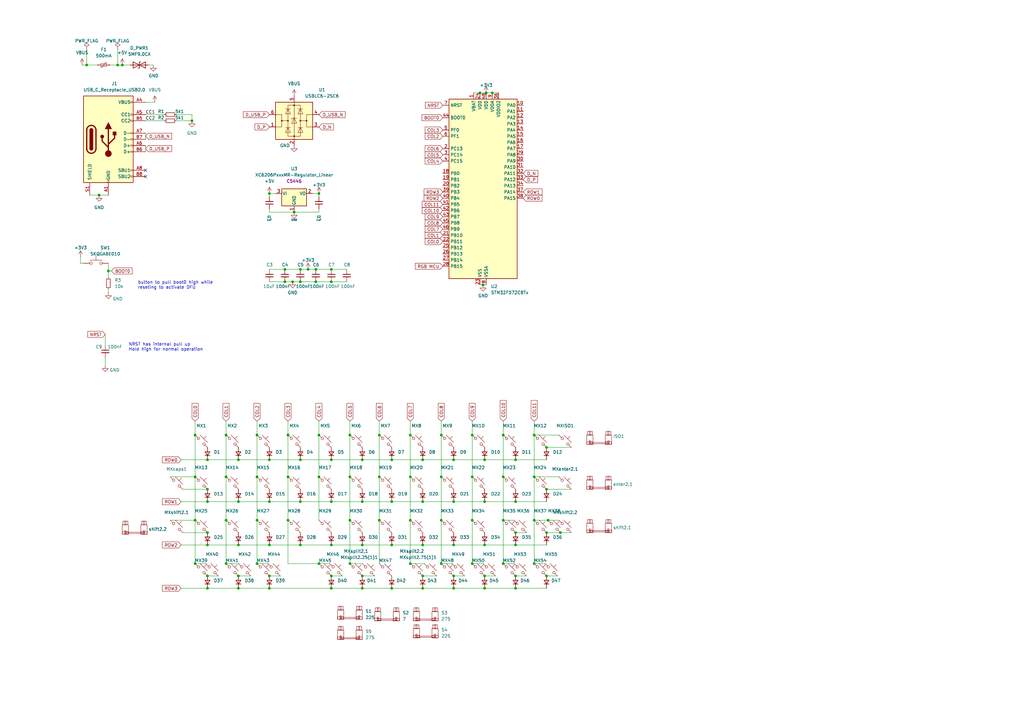
<source format=kicad_sch>
(kicad_sch (version 20231120) (generator "eeschema") (generator_version "8.0")
  (paper "A3")
  (junction (at 148.59 223.52))
  (junction (at 92.71 213.36))
  (junction (at 193.675 178.435))
  (junction (at 206.375 213.36))
  (junction (at 211.455 188.595))
  (junction (at 186.055 205.74))
  (junction (at 105.41 213.36))
  (junction (at 92.71 231.14))
  (junction (at 123.19 205.74))
  (junction (at 135.89 236.22))
  (junction (at 219.075 195.58))
  (junction (at 123.19 188.595))
  (junction (at 160.655 241.3))
  (junction (at 160.655 205.74))
  (junction (at 211.455 241.3))
  (junction (at 105.41 231.14))
  (junction (at 196.85 38.1))
  (junction (at 224.155 183.515))
  (junction (at 148.59 205.74))
  (junction (at 224.155 218.44))
  (junction (at 224.155 236.22))
  (junction (at 92.71 195.58))
  (junction (at 92.71 178.435))
  (junction (at 211.455 218.44))
  (junction (at 135.89 223.52))
  (junction (at 85.09 200.66))
  (junction (at 135.89 110.49))
  (junction (at 198.755 205.74))
  (junction (at 135.89 205.74))
  (junction (at 135.89 115.57))
  (junction (at 118.11 213.36))
  (junction (at 50.165 26.67))
  (junction (at 143.51 195.58))
  (junction (at 129.54 115.57))
  (junction (at 85.09 218.44))
  (junction (at 110.49 188.595))
  (junction (at 198.12 116.84))
  (junction (at 198.755 241.3))
  (junction (at 110.49 241.3))
  (junction (at 135.89 241.3))
  (junction (at 123.19 223.52))
  (junction (at 186.055 241.3))
  (junction (at 173.355 241.3))
  (junction (at 85.09 236.22))
  (junction (at 206.375 195.58))
  (junction (at 129.54 110.49))
  (junction (at 148.59 236.22))
  (junction (at 40.64 80.01))
  (junction (at 206.375 178.435))
  (junction (at 80.01 231.14))
  (junction (at 198.755 188.595))
  (junction (at 180.975 195.58))
  (junction (at 180.975 178.435))
  (junction (at 44.45 111.125))
  (junction (at 193.675 195.58))
  (junction (at 80.01 195.58))
  (junction (at 110.49 223.52))
  (junction (at 186.055 236.22))
  (junction (at 130.81 195.58))
  (junction (at 130.81 178.435))
  (junction (at 219.075 178.435))
  (junction (at 105.41 195.58))
  (junction (at 116.84 110.49))
  (junction (at 120.65 86.995) (diameter 0.9144))
  (junction (at 143.51 213.36))
  (junction (at 148.59 241.3))
  (junction (at 143.51 178.435))
  (junction (at 168.275 231.14))
  (junction (at 130.81 231.14))
  (junction (at 97.79 205.74))
  (junction (at 173.355 223.52))
  (junction (at 123.19 110.49))
  (junction (at 85.09 188.595))
  (junction (at 155.575 213.36))
  (junction (at 173.355 205.74))
  (junction (at 229.87 218.44))
  (junction (at 193.675 231.14))
  (junction (at 199.39 38.1))
  (junction (at 219.075 213.36))
  (junction (at 120.015 115.57))
  (junction (at 168.275 195.58))
  (junction (at 211.455 205.74))
  (junction (at 110.49 236.22))
  (junction (at 135.89 188.595))
  (junction (at 105.41 178.435))
  (junction (at 130.81 79.375) (diameter 0.9144))
  (junction (at 97.79 236.22))
  (junction (at 160.655 223.52))
  (junction (at 143.51 231.14))
  (junction (at 198.755 223.52))
  (junction (at 85.09 223.52))
  (junction (at 173.355 236.22))
  (junction (at 116.84 115.57))
  (junction (at 201.93 38.1))
  (junction (at 110.49 79.375) (diameter 0.9144))
  (junction (at 148.59 188.595))
  (junction (at 118.11 178.435))
  (junction (at 97.79 223.52))
  (junction (at 211.455 236.22))
  (junction (at 118.11 195.58))
  (junction (at 180.975 231.14))
  (junction (at 110.49 205.74))
  (junction (at 85.09 241.3))
  (junction (at 168.275 178.435))
  (junction (at 97.79 188.595))
  (junction (at 126.365 110.49))
  (junction (at 224.155 200.66))
  (junction (at 35.56 26.67))
  (junction (at 211.455 223.52))
  (junction (at 173.355 188.595))
  (junction (at 155.575 195.58))
  (junction (at 186.055 188.595))
  (junction (at 186.055 223.52))
  (junction (at 180.975 213.36))
  (junction (at 219.075 231.14))
  (junction (at 78.74 49.53))
  (junction (at 206.375 231.14))
  (junction (at 85.09 205.74))
  (junction (at 224.79 213.36))
  (junction (at 97.79 241.3))
  (junction (at 80.01 178.435))
  (junction (at 198.755 236.22))
  (junction (at 168.275 213.36))
  (junction (at 193.675 213.36))
  (junction (at 80.01 213.36))
  (junction (at 123.19 115.57))
  (junction (at 160.655 188.595))
  (junction (at 155.575 178.435))
  (junction (at 48.26 26.67))
  (no_connect (at 59.69 72.39))
  (no_connect (at 59.69 69.85))
  (wire (pts (xy 186.055 241.3) (xy 198.755 241.3)))
  (wire (pts (xy 50.165 26.67) (xy 53.34 26.67)))
  (wire (pts (xy 123.19 223.52) (xy 135.89 223.52)))
  (wire (pts (xy 85.09 236.22) (xy 89.535 236.22)))
  (wire (pts (xy 211.455 218.44) (xy 215.9 218.44)))
  (wire (pts (xy 116.84 115.57) (xy 120.015 115.57)))
  (wire (pts (xy 186.055 188.595) (xy 198.755 188.595)))
  (wire (pts (xy 129.54 110.49) (xy 135.89 110.49)))
  (wire (pts (xy 45.085 26.67) (xy 48.26 26.67)))
  (wire (pts (xy 148.59 205.74) (xy 160.655 205.74)))
  (wire (pts (xy 168.275 195.58) (xy 168.275 213.36)))
  (wire (pts (xy 118.11 172.72) (xy 118.11 178.435)))
  (wire (pts (xy 105.41 195.58) (xy 105.41 213.36)))
  (wire (pts (xy 135.89 188.595) (xy 148.59 188.595)))
  (wire (pts (xy 186.055 223.52) (xy 198.755 223.52)))
  (wire (pts (xy 126.365 110.49) (xy 129.54 110.49)))
  (wire (pts (xy 211.455 188.595) (xy 224.155 188.595)))
  (wire (pts (xy 48.26 26.67) (xy 50.165 26.67)))
  (wire (pts (xy 80.01 213.36) (xy 80.01 231.14)))
  (wire (pts (xy 120.015 115.57) (xy 123.19 115.57)))
  (wire (pts (xy 80.01 178.435) (xy 80.01 195.58)))
  (wire (pts (xy 110.49 110.49) (xy 116.84 110.49)))
  (wire (pts (xy 74.93 218.44) (xy 85.09 218.44)))
  (wire (pts (xy 168.275 213.36) (xy 168.275 231.14)))
  (wire (pts (xy 97.79 223.52) (xy 110.49 223.52)))
  (wire (pts (xy 173.355 188.595) (xy 186.055 188.595)))
  (wire (pts (xy 148.59 241.3) (xy 160.655 241.3)))
  (wire (pts (xy 160.655 223.52) (xy 173.355 223.52)))
  (wire (pts (xy 80.01 231.14) (xy 84.455 231.14)))
  (wire (pts (xy 74.295 223.52) (xy 85.09 223.52)))
  (wire (pts (xy 180.975 231.14) (xy 185.42 231.14)))
  (wire (pts (xy 130.81 85.725) (xy 130.81 86.995)))
  (wire (pts (xy 44.45 118.745) (xy 44.45 120.015)))
  (wire (pts (xy 129.54 115.57) (xy 135.89 115.57)))
  (wire (pts (xy 224.155 200.66) (xy 234.315 200.66)))
  (wire (pts (xy 74.295 205.74) (xy 85.09 205.74)))
  (wire (pts (xy 130.81 178.435) (xy 130.81 195.58)))
  (wire (pts (xy 110.49 188.595) (xy 123.19 188.595)))
  (wire (pts (xy 173.355 236.22) (xy 179.07 236.22)))
  (wire (pts (xy 110.49 85.725) (xy 110.49 86.995)))
  (wire (pts (xy 219.075 172.72) (xy 219.075 178.435)))
  (wire (pts (xy 198.755 188.595) (xy 211.455 188.595)))
  (wire (pts (xy 143.51 231.14) (xy 148.59 231.14)))
  (wire (pts (xy 224.155 218.44) (xy 229.87 218.44)))
  (wire (pts (xy 229.87 218.44) (xy 234.315 218.44)))
  (wire (pts (xy 44.45 111.125) (xy 44.45 113.665)))
  (wire (pts (xy 148.59 188.595) (xy 160.655 188.595)))
  (wire (pts (xy 155.575 213.36) (xy 155.575 231.14)))
  (wire (pts (xy 92.71 195.58) (xy 92.71 213.36)))
  (wire (pts (xy 116.84 110.49) (xy 123.19 110.49)))
  (wire (pts (xy 34.29 107.95) (xy 33.02 107.95)))
  (wire (pts (xy 44.45 111.125) (xy 45.72 111.125)))
  (wire (pts (xy 193.675 195.58) (xy 193.675 213.36)))
  (wire (pts (xy 85.09 205.74) (xy 97.79 205.74)))
  (wire (pts (xy 194.31 38.1) (xy 196.85 38.1)))
  (wire (pts (xy 193.675 231.14) (xy 198.12 231.14)))
  (wire (pts (xy 193.675 178.435) (xy 193.675 195.58)))
  (wire (pts (xy 59.69 41.91) (xy 63.5 41.91)))
  (wire (pts (xy 118.11 178.435) (xy 118.11 195.58)))
  (wire (pts (xy 173.355 241.3) (xy 186.055 241.3)))
  (wire (pts (xy 143.51 195.58) (xy 143.51 213.36)))
  (wire (pts (xy 148.59 223.52) (xy 160.655 223.52)))
  (wire (pts (xy 36.83 80.01) (xy 40.64 80.01)))
  (wire (pts (xy 97.79 241.3) (xy 110.49 241.3)))
  (wire (pts (xy 193.675 172.72) (xy 193.675 178.435)))
  (wire (pts (xy 69.85 195.58) (xy 80.01 195.58)))
  (wire (pts (xy 199.39 38.1) (xy 201.93 38.1)))
  (wire (pts (xy 118.11 231.14) (xy 130.81 231.14)))
  (wire (pts (xy 110.49 79.375) (xy 110.49 80.645)))
  (wire (pts (xy 110.49 115.57) (xy 116.84 115.57)))
  (wire (pts (xy 130.81 195.58) (xy 130.81 213.36)))
  (wire (pts (xy 120.65 86.995) (xy 130.81 86.995)))
  (wire (pts (xy 211.455 241.3) (xy 224.155 241.3)))
  (wire (pts (xy 74.295 188.595) (xy 85.09 188.595)))
  (wire (pts (xy 196.85 116.84) (xy 198.12 116.84)))
  (wire (pts (xy 92.71 178.435) (xy 92.71 195.58)))
  (wire (pts (xy 135.89 110.49) (xy 142.24 110.49)))
  (wire (pts (xy 110.49 223.52) (xy 123.19 223.52)))
  (wire (pts (xy 196.85 38.1) (xy 199.39 38.1)))
  (wire (pts (xy 206.375 213.36) (xy 206.375 231.14)))
  (wire (pts (xy 35.56 26.67) (xy 40.005 26.67)))
  (wire (pts (xy 35.56 20.32) (xy 35.56 26.67)))
  (wire (pts (xy 186.055 236.22) (xy 190.5 236.22)))
  (wire (pts (xy 155.575 172.72) (xy 155.575 178.435)))
  (wire (pts (xy 43.18 137.16) (xy 43.18 141.605)))
  (wire (pts (xy 219.075 178.435) (xy 219.075 195.58)))
  (wire (pts (xy 33.02 107.95) (xy 33.02 105.41)))
  (wire (pts (xy 59.69 54.61) (xy 59.69 57.15)))
  (wire (pts (xy 180.975 172.72) (xy 180.975 178.435)))
  (wire (pts (xy 224.155 183.515) (xy 234.315 183.515)))
  (wire (pts (xy 173.355 205.74) (xy 186.055 205.74)))
  (wire (pts (xy 219.075 213.36) (xy 224.79 213.36)))
  (wire (pts (xy 59.69 49.53) (xy 67.31 49.53)))
  (wire (pts (xy 85.09 241.3) (xy 97.79 241.3)))
  (wire (pts (xy 198.755 236.22) (xy 203.2 236.22)))
  (wire (pts (xy 92.71 231.14) (xy 97.79 231.14)))
  (wire (pts (xy 206.375 178.435) (xy 206.375 195.58)))
  (wire (pts (xy 123.19 205.74) (xy 135.89 205.74)))
  (wire (pts (xy 60.96 26.67) (xy 62.865 26.67)))
  (wire (pts (xy 48.26 20.32) (xy 48.26 26.67)))
  (wire (pts (xy 211.455 205.74) (xy 224.155 205.74)))
  (wire (pts (xy 74.93 200.66) (xy 85.09 200.66)))
  (wire (pts (xy 85.09 223.52) (xy 97.79 223.52)))
  (wire (pts (xy 155.575 195.58) (xy 155.575 213.36)))
  (wire (pts (xy 72.39 46.99) (xy 78.74 46.99)))
  (wire (pts (xy 43.18 149.86) (xy 43.18 146.685)))
  (wire (pts (xy 201.93 38.1) (xy 204.47 38.1)))
  (wire (pts (xy 74.295 241.3) (xy 85.09 241.3)))
  (wire (pts (xy 198.755 223.52) (xy 211.455 223.52)))
  (wire (pts (xy 123.19 115.57) (xy 129.54 115.57)))
  (wire (pts (xy 155.575 178.435) (xy 155.575 195.58)))
  (wire (pts (xy 219.075 178.435) (xy 229.235 178.435)))
  (wire (pts (xy 44.45 107.95) (xy 44.45 111.125)))
  (wire (pts (xy 180.975 195.58) (xy 180.975 213.36)))
  (wire (pts (xy 173.355 223.52) (xy 186.055 223.52)))
  (wire (pts (xy 224.79 213.36) (xy 229.235 213.36)))
  (wire (pts (xy 97.79 236.22) (xy 102.87 236.22)))
  (wire (pts (xy 110.49 79.375) (xy 113.03 79.375)))
  (wire (pts (xy 110.49 236.22) (xy 114.935 236.22)))
  (wire (pts (xy 105.41 231.14) (xy 109.855 231.14)))
  (wire (pts (xy 78.74 46.99) (xy 78.74 49.53)))
  (wire (pts (xy 186.055 205.74) (xy 198.755 205.74)))
  (wire (pts (xy 135.89 236.22) (xy 140.335 236.22)))
  (wire (pts (xy 85.09 188.595) (xy 97.79 188.595)))
  (wire (pts (xy 148.59 236.22) (xy 153.67 236.22)))
  (wire (pts (xy 59.69 59.69) (xy 59.69 62.23)))
  (wire (pts (xy 211.455 223.52) (xy 224.155 223.52)))
  (wire (pts (xy 80.01 172.72) (xy 80.01 178.435)))
  (wire (pts (xy 224.155 236.22) (xy 228.6 236.22)))
  (wire (pts (xy 219.075 213.36) (xy 219.075 231.14)))
  (wire (pts (xy 219.075 195.58) (xy 219.075 213.36)))
  (wire (pts (xy 206.375 172.72) (xy 206.375 178.435)))
  (wire (pts (xy 92.71 172.72) (xy 92.71 178.435)))
  (wire (pts (xy 143.51 178.435) (xy 143.51 195.58)))
  (wire (pts (xy 118.11 213.36) (xy 118.11 231.14)))
  (wire (pts (xy 206.375 195.58) (xy 206.375 213.36)))
  (wire (pts (xy 123.19 188.595) (xy 135.89 188.595)))
  (wire (pts (xy 135.89 241.3) (xy 148.59 241.3)))
  (wire (pts (xy 168.275 178.435) (xy 168.275 195.58)))
  (wire (pts (xy 168.275 231.14) (xy 173.99 231.14)))
  (wire (pts (xy 118.11 195.58) (xy 118.11 213.36)))
  (wire (pts (xy 97.79 188.595) (xy 110.49 188.595)))
  (wire (pts (xy 211.455 236.22) (xy 215.9 236.22)))
  (wire (pts (xy 120.65 86.995) (xy 110.49 86.995)))
  (wire (pts (xy 130.81 231.14) (xy 135.255 231.14)))
  (wire (pts (xy 33.655 26.67) (xy 35.56 26.67)))
  (wire (pts (xy 168.275 172.72) (xy 168.275 178.435)))
  (wire (pts (xy 180.975 213.36) (xy 180.975 231.14)))
  (wire (pts (xy 143.51 172.72) (xy 143.51 178.435)))
  (wire (pts (xy 123.19 110.49) (xy 126.365 110.49)))
  (wire (pts (xy 59.69 46.99) (xy 67.31 46.99)))
  (wire (pts (xy 130.81 172.72) (xy 130.81 178.435)))
  (wire (pts (xy 160.655 205.74) (xy 173.355 205.74)))
  (wire (pts (xy 143.51 213.36) (xy 143.51 231.14)))
  (wire (pts (xy 110.49 241.3) (xy 135.89 241.3)))
  (wire (pts (xy 198.12 116.84) (xy 199.39 116.84)))
  (wire (pts (xy 219.075 195.58) (xy 229.235 195.58)))
  (wire (pts (xy 198.755 205.74) (xy 211.455 205.74)))
  (wire (pts (xy 72.39 49.53) (xy 78.74 49.53)))
  (wire (pts (xy 135.89 223.52) (xy 148.59 223.52)))
  (wire (pts (xy 92.71 213.36) (xy 92.71 231.14)))
  (wire (pts (xy 135.89 115.57) (xy 142.24 115.57)))
  (wire (pts (xy 105.41 178.435) (xy 105.41 195.58)))
  (wire (pts (xy 219.075 231.14) (xy 223.52 231.14)))
  (wire (pts (xy 105.41 213.36) (xy 105.41 231.14)))
  (wire (pts (xy 69.85 213.36) (xy 80.01 213.36)))
  (wire (pts (xy 180.975 178.435) (xy 180.975 195.58)))
  (wire (pts (xy 110.49 205.74) (xy 123.19 205.74)))
  (wire (pts (xy 80.01 195.58) (xy 80.01 213.36)))
  (wire (pts (xy 40.64 80.01) (xy 44.45 80.01)))
  (wire (pts (xy 135.89 205.74) (xy 148.59 205.74)))
  (wire (pts (xy 198.755 241.3) (xy 211.455 241.3)))
  (wire (pts (xy 193.675 213.36) (xy 193.675 231.14)))
  (wire (pts (xy 160.655 241.3) (xy 173.355 241.3)))
  (wire (pts (xy 130.81 79.375) (xy 130.81 80.645)))
  (wire (pts (xy 97.79 205.74) (xy 110.49 205.74)))
  (wire (pts (xy 105.41 172.72) (xy 105.41 178.435)))
  (wire (pts (xy 206.375 231.14) (xy 210.82 231.14)))
  (wire (pts (xy 128.27 79.375) (xy 130.81 79.375)))
  (wire (pts (xy 160.655 188.595) (xy 173.355 188.595)))
  (wire (pts (xy 206.375 213.36) (xy 210.82 213.36)))
  (text "NRST has internal pull up\nHold high for normal operation" (at 52.705 144.145 0) (effects (font (size 1.27 1.27)) (justify left bottom)))
  (text "button to pull boot0 high while \nreseting to activate DFU" (at 56.515 118.745 0) (effects (font (size 1.27 1.27)) (justify left bottom)))
  (label "CC2" (at 59.69 49.53 0))
  (label "CC1" (at 59.69 46.99 0))
  (global_label "BOOT0" (shape input) (at 45.72 111.125 0) (property "Intersheetrefs" "${INTERSHEET_REFS}" (effects (hide yes))))
  (global_label "COL5" (shape input) (at 143.51 172.72 90) (property "Intersheetrefs" "${INTERSHEET_REFS}" (effects (hide yes))))
  (global_label "COL2" (shape input) (at 105.41 172.72 90) (property "Intersheetrefs" "${INTERSHEET_REFS}" (effects (hide yes))))
  (global_label "NRST" (shape input) (at 43.18 137.16 180) (property "Intersheetrefs" "${INTERSHEET_REFS}" (effects (hide yes))))
  (global_label "ROW2" (shape input) (at 74.295 223.52 180) (property "Intersheetrefs" "${INTERSHEET_REFS}" (effects (hide yes))))
  (global_label "COL7" (shape input) (at 168.275 172.72 90) (property "Intersheetrefs" "${INTERSHEET_REFS}" (effects (hide yes))))
  (global_label "D_USB_P" (shape input) (at 59.69 60.96 0) (property "Intersheetrefs" "${INTERSHEET_REFS}" (effects (hide yes))))
  (global_label "COL6" (shape input) (at 181.61 60.96 180) (property "Intersheetrefs" "${INTERSHEET_REFS}" (effects (hide yes))))
  (global_label "ROW3" (shape input) (at 181.61 78.74 180) (property "Intersheetrefs" "${INTERSHEET_REFS}" (effects (hide yes))))
  (global_label "ROW0" (shape input) (at 214.63 81.28 0) (property "Intersheetrefs" "${INTERSHEET_REFS}" (effects (hide yes))))
  (global_label "COL2" (shape input) (at 181.61 55.88 180) (property "Intersheetrefs" "${INTERSHEET_REFS}" (effects (hide yes))))
  (global_label "COL4" (shape input) (at 130.81 172.72 90) (property "Intersheetrefs" "${INTERSHEET_REFS}" (effects (hide yes))))
  (global_label "D_USB_P" (shape input) (at 110.49 46.99 180) (property "Intersheetrefs" "${INTERSHEET_REFS}" (effects (hide yes))))
  (global_label "COL7" (shape input) (at 181.61 93.98 180) (property "Intersheetrefs" "${INTERSHEET_REFS}" (effects (hide yes))))
  (global_label "COL3" (shape input) (at 118.11 172.72 90) (property "Intersheetrefs" "${INTERSHEET_REFS}" (effects (hide yes))))
  (global_label "COL11" (shape input) (at 219.075 172.72 90) (property "Intersheetrefs" "${INTERSHEET_REFS}" (effects (hide yes))))
  (global_label "COL1" (shape input) (at 92.71 172.72 90) (property "Intersheetrefs" "${INTERSHEET_REFS}" (effects (hide yes))))
  (global_label "COL0" (shape input) (at 181.61 99.06 180) (property "Intersheetrefs" "${INTERSHEET_REFS}" (effects (hide yes))))
  (global_label "COL8" (shape input) (at 181.61 91.44 180) (property "Intersheetrefs" "${INTERSHEET_REFS}" (effects (hide yes))))
  (global_label "D_N" (shape input) (at 214.63 71.12 0) (property "Intersheetrefs" "${INTERSHEET_REFS}" (effects (hide yes))))
  (global_label "ROW1" (shape input) (at 74.295 205.74 180) (property "Intersheetrefs" "${INTERSHEET_REFS}" (effects (hide yes))))
  (global_label "D_N" (shape input) (at 130.81 52.07 0) (property "Intersheetrefs" "${INTERSHEET_REFS}" (effects (hide yes))))
  (global_label "BOOT0" (shape input) (at 181.61 48.26 180) (property "Intersheetrefs" "${INTERSHEET_REFS}" (effects (hide yes))))
  (global_label "ROW1" (shape input) (at 214.63 78.74 0) (property "Intersheetrefs" "${INTERSHEET_REFS}" (effects (hide yes))))
  (global_label "NRST" (shape input) (at 181.61 43.18 180) (property "Intersheetrefs" "${INTERSHEET_REFS}" (effects (hide yes))))
  (global_label "RGB MCU" (shape input) (at 181.61 109.22 180) (property "Intersheetrefs" "${INTERSHEET_REFS}" (effects (hide yes))))
  (global_label "COL11" (shape input) (at 181.61 83.82 180) (property "Intersheetrefs" "${INTERSHEET_REFS}" (effects (hide yes))))
  (global_label "ROW3" (shape input) (at 74.295 241.3 180) (property "Intersheetrefs" "${INTERSHEET_REFS}" (effects (hide yes))))
  (global_label "D_P" (shape input) (at 110.49 52.07 180) (property "Intersheetrefs" "${INTERSHEET_REFS}" (effects (hide yes))))
  (global_label "D_USB_N" (shape input) (at 59.69 55.88 0) (property "Intersheetrefs" "${INTERSHEET_REFS}" (effects (hide yes))))
  (global_label "COL0" (shape input) (at 80.01 172.72 90) (property "Intersheetrefs" "${INTERSHEET_REFS}" (effects (hide yes))))
  (global_label "ROW0" (shape input) (at 74.295 188.595 180) (property "Intersheetrefs" "${INTERSHEET_REFS}" (effects (hide yes))))
  (global_label "D_USB_N" (shape input) (at 130.81 46.99 0) (property "Intersheetrefs" "${INTERSHEET_REFS}" (effects (hide yes))))
  (global_label "COL9" (shape input) (at 181.61 88.9 180) (property "Intersheetrefs" "${INTERSHEET_REFS}" (effects (hide yes))))
  (global_label "COL3" (shape input) (at 181.61 53.34 180) (property "Intersheetrefs" "${INTERSHEET_REFS}" (effects (hide yes))))
  (global_label "COL1" (shape input) (at 181.61 96.52 180) (property "Intersheetrefs" "${INTERSHEET_REFS}" (effects (hide yes))))
  (global_label "COL6" (shape input) (at 155.575 172.72 90) (property "Intersheetrefs" "${INTERSHEET_REFS}" (effects (hide yes))))
  (global_label "COL8" (shape input) (at 180.975 172.72 90) (property "Intersheetrefs" "${INTERSHEET_REFS}" (effects (hide yes))))
  (global_label "COL10" (shape input) (at 181.61 86.36 180) (property "Intersheetrefs" "${INTERSHEET_REFS}" (effects (hide yes))))
  (global_label "COL5" (shape input) (at 181.61 63.5 180) (property "Intersheetrefs" "${INTERSHEET_REFS}" (effects (hide yes))))
  (global_label "COL9" (shape input) (at 193.675 172.72 90) (property "Intersheetrefs" "${INTERSHEET_REFS}" (effects (hide yes))))
  (global_label "COL4" (shape input) (at 181.61 66.04 180) (property "Intersheetrefs" "${INTERSHEET_REFS}" (effects (hide yes))))
  (global_label "ROW2" (shape input) (at 181.61 81.28 180) (property "Intersheetrefs" "${INTERSHEET_REFS}" (effects (hide yes))))
  (global_label "D_P" (shape input) (at 214.63 73.66 0) (property "Intersheetrefs" "${INTERSHEET_REFS}" (effects (hide yes))))
  (global_label "COL10" (shape input) (at 206.375 172.72 90) (property "Intersheetrefs" "${INTERSHEET_REFS}" (effects (hide yes))))
  (symbol (lib_id "PCM_marbastlib-mx:MX_SW_HS") (at 231.775 180.975 0) (unit 1)
    (property "Reference" "MXISO1" (at 231.775 174.625 0))
    (property "Value" "MX_SW_HS" (effects (hide yes)))
    (property "Footprint" "PCM_marbastlib-mx:SW_MX_1u" (effects (hide yes)))
  )
  (symbol (lib_id "PCM_marbastlib-mx:MX_SW_HS") (at 183.515 215.9 0) (unit 1)
    (property "Reference" "MX33" (at 183.515 209.55 0))
    (property "Value" "MX_SW_HS" (effects (hide yes)))
    (property "Footprint" "PCM_marbastlib-mx:SW_MX_1u" (effects (hide yes)))
  )
  (symbol (lib_id "Device:D_Small") (at 186.055 238.76 90) (unit 1)
    (property "Reference" "D44" (at 187.96 238.125 90) (effects (justify right)))
    (property "Value" "D_Small" (effects (hide yes)))
    (property "Footprint" "Diode_SMD:D_SOD-123F" (effects (hide yes)))
    (property "Sim.Device" "D" (effects (hide yes)))
    (property "Sim.Pins" "1=K 2=A" (effects (hide yes)))
  )
  (symbol (lib_id "PCM_marbastlib-mx:MX_SW_HS") (at 226.06 233.68 0) (unit 1)
    (property "Reference" "MX55" (at 226.06 227.33 0))
    (property "Value" "MX_SW_HS" (effects (hide yes)))
    (property "Footprint" "PCM_marbastlib-mx:SW_MX_1.5u" (effects (hide yes)))
  )
  (symbol (lib_id "Device:C_Small") (at 129.54 113.03 0) (unit 1)
    (property "Reference" "C6" (at 128.27 108.585 0) (effects (justify left)))
    (property "Value" "100nF" (at 127 117.475 0) (effects (justify left)))
    (property "Footprint" "Capacitor_SMD:C_0603_1608Metric" (effects (hide yes)))
  )
  (symbol (lib_id "PCM_marbastlib-mx:MX_SW_HS") (at 137.795 233.68 0) (unit 1)
    (property "Reference" "MX46" (at 136.525 227.33 0))
    (property "Value" "MX_SW_HS" (effects (hide yes)))
    (property "Footprint" "PCM_marbastlib-mx:SW_MX_1.5u" (effects (hide yes)))
  )
  (symbol (lib_id "Device:C_Small") (at 43.18 144.145 0) (mirror y) (unit 1)
    (property "Reference" "C9" (at 41.91 142.24 0) (effects (justify left)))
    (property "Value" "100nF" (at 50.165 142.24 0) (effects (justify left)))
    (property "Footprint" "Capacitor_SMD:C_0603_1608Metric" (effects (hide yes)))
  )
  (symbol (lib_id "PCM_marbastlib-mx:MX_SW_HS") (at 196.215 198.12 0) (unit 1)
    (property "Reference" "MX22" (at 196.215 191.77 0))
    (property "Value" "MX_SW_HS" (effects (hide yes)))
    (property "Footprint" "PCM_marbastlib-mx:SW_MX_1u" (effects (hide yes)))
  )
  (symbol (lib_id "PCM_marbastlib-mx:MX_SW_HS") (at 208.915 198.12 0) (unit 1)
    (property "Reference" "MX23" (at 208.915 191.77 0))
    (property "Value" "MX_SW_HS" (effects (hide yes)))
    (property "Footprint" "PCM_marbastlib-mx:SW_MX_1u" (effects (hide yes)))
  )
  (symbol (lib_id "Switch:SW_Push") (at 39.37 107.95 0) (unit 1)
    (property "Reference" "SW1" (at 43.18 101.6 0))
    (property "Value" "SKQGABE010" (at 43.18 104.14 0))
    (property "Footprint" "Button_Switch_SMD:SW_SPST_SKQG_WithoutStem" (effects (hide yes)))
    (property "LCSC" "C115351" (effects (hide yes)))
  )
  (symbol (lib_id "Device:D_Small") (at 85.09 186.055 90) (unit 1)
    (property "Reference" "D1" (at 87.63 185.42 90) (effects (justify right)))
    (property "Value" "D_Small" (effects (hide yes)))
    (property "Footprint" "Diode_SMD:D_SOD-123F" (effects (hide yes)))
    (property "Sim.Device" "D" (effects (hide yes)))
    (property "Sim.Pins" "1=K 2=A" (effects (hide yes)))
  )
  (symbol (lib_id "PCM_marbastlib-mx:MX_SW_HS") (at 82.55 233.68 0) (unit 1)
    (property "Reference" "MX39" (at 82.55 229.87 0))
    (property "Value" "MX_SW_HS" (effects (hide yes)))
    (property "Footprint" "PCM_marbastlib-mx:SW_MX_1u" (effects (hide yes)))
  )
  (symbol (lib_id "PCM_marbastlib-mx:MX_SW_HS") (at 208.915 180.975 0) (unit 1)
    (property "Reference" "MX11" (at 208.915 174.625 0))
    (property "Value" "MX_SW_HS" (effects (hide yes)))
    (property "Footprint" "PCM_marbastlib-mx:SW_MX_1u" (effects (hide yes)))
  )
  (symbol (lib_id "Device:D_Small") (at 148.59 203.2 90) (unit 1)
    (property "Reference" "D18" (at 151.13 202.565 90) (effects (justify right)))
    (property "Value" "D_Small" (effects (hide yes)))
    (property "Footprint" "Diode_SMD:D_SOD-123F" (effects (hide yes)))
    (property "Sim.Device" "D" (effects (hide yes)))
    (property "Sim.Pins" "1=K 2=A" (effects (hide yes)))
  )
  (symbol (lib_id "Device:D_Small") (at 198.755 238.76 90) (unit 1)
    (property "Reference" "D45" (at 200.66 238.125 90) (effects (justify right)))
    (property "Value" "D_Small" (effects (hide yes)))
    (property "Footprint" "Diode_SMD:D_SOD-123F" (effects (hide yes)))
    (property "Sim.Device" "D" (effects (hide yes)))
    (property "Sim.Pins" "1=K 2=A" (effects (hide yes)))
  )
  (symbol (lib_id "Device:C_Small") (at 130.81 83.185 180) (unit 1)
    (property "Reference" "C2" (at 130.81 88.9 0) (effects (font (size 0.762 0.762))))
    (property "Value" "1uF" (at 130.81 90.17 0) (effects (font (size 0.762 0.762))))
    (property "Footprint" "Capacitor_SMD:C_0603_1608Metric" (effects (hide yes)))
  )
  (symbol (lib_id "PCM_marbastlib-mx:MX_SW_HS") (at 107.95 215.9 0) (unit 1)
    (property "Reference" "MX27" (at 107.95 209.55 0))
    (property "Value" "MX_SW_HS" (effects (hide yes)))
    (property "Footprint" "PCM_marbastlib-mx:SW_MX_1u" (effects (hide yes)))
  )
  (symbol (lib_id "PCM_marbastlib-mx:MX_SW_HS") (at 133.35 180.975 0) (unit 1)
    (property "Reference" "MX5" (at 133.35 174.625 0))
    (property "Value" "MX_SW_HS" (effects (hide yes)))
    (property "Footprint" "PCM_marbastlib-mx:SW_MX_1u" (effects (hide yes)))
  )
  (symbol (lib_id "MCU_ST_STM32F0:STM32F072C8Tx") (at 196.85 78.74 0) (unit 1)
    (property "Reference" "U2" (at 201.3459 117.475 0) (effects (justify left)))
    (property "Value" "STM32F072C8Tx" (at 201.3459 120.015 0) (effects (justify left)))
    (property "Footprint" "Package_QFP:LQFP-48_7x7mm_P0.5mm" (effects (hide yes)))
    (property "Datasheet" "https://www.st.com/resource/en/datasheet/stm32f072c8.pdf" (effects (hide yes)))
  )
  (symbol (lib_id "Device:D_Small") (at 85.09 220.98 90) (unit 1)
    (property "Reference" "D25" (at 87.63 220.345 90) (effects (justify right)))
    (property "Value" "D_Small" (effects (hide yes)))
    (property "Footprint" "Diode_SMD:D_SOD-123F" (effects (hide yes)))
    (property "Sim.Device" "D" (effects (hide yes)))
    (property "Sim.Pins" "1=K 2=A" (effects (hide yes)))
  )
  (symbol (lib_id "Device:D_Small") (at 135.89 220.98 90) (unit 1)
    (property "Reference" "D29" (at 138.43 220.345 90) (effects (justify right)))
    (property "Value" "D_Small" (effects (hide yes)))
    (property "Footprint" "Diode_SMD:D_SOD-123F" (effects (hide yes)))
    (property "Sim.Device" "D" (effects (hide yes)))
    (property "Sim.Pins" "1=K 2=A" (effects (hide yes)))
  )
  (symbol (lib_id "Device:D_Small") (at 224.155 238.76 90) (unit 1)
    (property "Reference" "D47" (at 226.06 238.125 90) (effects (justify right)))
    (property "Value" "D_Small" (effects (hide yes)))
    (property "Footprint" "Diode_SMD:D_SOD-123F" (effects (hide yes)))
    (property "Sim.Device" "D" (effects (hide yes)))
    (property "Sim.Pins" "1=K 2=A" (effects (hide yes)))
  )
  (symbol (lib_id "power:+3V3") (at 199.39 38.1 0) (unit 1)
    (property "Reference" "#PWR04" (effects (hide yes)))
    (property "Value" "+3V3" (at 199.39 34.925 0))
  )
  (symbol (lib_id "PCM_marbastlib-mx:MX_SW_HS") (at 227.33 215.9 0) (unit 1)
    (property "Reference" "MX38" (at 227.33 209.55 0))
    (property "Value" "MX_SW_HS" (effects (hide yes)))
    (property "Footprint" "PCM_marbastlib-mx:SW_MX_1u" (effects (hide yes)))
  )
  (symbol (lib_id "Device:D_Small") (at 211.455 238.76 90) (unit 1)
    (property "Reference" "D46" (at 213.36 238.125 90) (effects (justify right)))
    (property "Value" "D_Small" (effects (hide yes)))
    (property "Footprint" "Diode_SMD:D_SOD-123F" (effects (hide yes)))
    (property "Sim.Device" "D" (effects (hide yes)))
    (property "Sim.Pins" "1=K 2=A" (effects (hide yes)))
  )
  (symbol (lib_id "PCM_marbastlib-mx:MX_SW_HS") (at 133.35 198.12 0) (unit 1)
    (property "Reference" "MX17" (at 133.35 191.77 0))
    (property "Value" "MX_SW_HS" (effects (hide yes)))
    (property "Footprint" "PCM_marbastlib-mx:SW_MX_1u" (effects (hide yes)))
  )
  (symbol (lib_id "Device:R_Small") (at 69.85 46.99 90) (unit 1)
    (property "Reference" "R1" (at 66.04 45.72 90))
    (property "Value" "5k1" (at 73.66 45.72 90))
    (property "Footprint" "Resistor_SMD:R_0603_1608Metric" (effects (hide yes)))
  )
  (symbol (lib_id "power:PWR_FLAG") (at 35.56 20.32 0) (unit 1)
    (property "Reference" "#FLG01" (effects (hide yes)))
    (property "Value" "PWR_FLAG" (at 35.56 16.7442 0))
  )
  (symbol (lib_id "Device:C_Small") (at 110.49 83.185 180) (unit 1)
    (property "Reference" "C1" (at 110.49 88.9 0) (effects (font (size 0.762 0.762))))
    (property "Value" "1uF" (at 110.49 90.17 0) (effects (font (size 0.762 0.762))))
    (property "Footprint" "Capacitor_SMD:C_0603_1608Metric" (effects (hide yes)))
  )
  (symbol (lib_name "GND_1") (lib_id "power:GND") (at 120.015 115.57 0) (unit 1)
    (property "Reference" "#PWR015" (effects (hide yes)))
    (property "Value" "GND" (at 120.015 120.015 0))
  )
  (symbol (lib_id "PCM_marbastlib-mx:MX_stab") (at 174.625 259.08 0) (unit 1)
    (property "Reference" "S4" (at 180.975 258.318 0) (effects (justify left)))
    (property "Value" "225" (at 180.975 260.858 0) (effects (justify left)))
    (property "Footprint" "PCM_marbastlib-mx:STAB_MX_2.25u" (effects (hide yes)))
  )
  (symbol (lib_name "GND_4") (lib_id "power:GND") (at 40.64 80.01 0) (unit 1)
    (property "Reference" "#PWR011" (effects (hide yes)))
    (property "Value" "GND" (at 40.64 85.09 0))
  )
  (symbol (lib_id "PCM_marbastlib-mx:MX_SW_HS") (at 107.95 233.68 0) (unit 1)
    (property "Reference" "MX43" (at 107.95 229.87 0))
    (property "Value" "MX_SW_HS" (effects (hide yes)))
    (property "Footprint" "PCM_marbastlib-mx:SW_MX_1u" (effects (hide yes)))
  )
  (symbol (lib_id "Device:D_Small") (at 97.79 238.76 90) (unit 1)
    (property "Reference" "D38" (at 100.33 238.125 90) (effects (justify right)))
    (property "Value" "D_Small" (effects (hide yes)))
    (property "Footprint" "Diode_SMD:D_SOD-123F" (effects (hide yes)))
    (property "Sim.Device" "D" (effects (hide yes)))
    (property "Sim.Pins" "1=K 2=A" (effects (hide yes)))
  )
  (symbol (lib_id "power:VBUS") (at 120.65 39.37 0) (unit 1)
    (property "Reference" "#PWR05" (effects (hide yes)))
    (property "Value" "VBUS" (at 120.65 34.29 0))
  )
  (symbol (lib_id "Device:D_Small") (at 148.59 186.055 90) (unit 1)
    (property "Reference" "D6" (at 151.13 185.42 90) (effects (justify right)))
    (property "Value" "D_Small" (effects (hide yes)))
    (property "Footprint" "Diode_SMD:D_SOD-123F" (effects (hide yes)))
    (property "Sim.Device" "D" (effects (hide yes)))
    (property "Sim.Pins" "1=K 2=A" (effects (hide yes)))
  )
  (symbol (lib_id "Device:D_Small") (at 160.655 186.055 90) (unit 1)
    (property "Reference" "D7" (at 163.195 185.42 90) (effects (justify right)))
    (property "Value" "D_Small" (effects (hide yes)))
    (property "Footprint" "Diode_SMD:D_SOD-123F" (effects (hide yes)))
    (property "Sim.Device" "D" (effects (hide yes)))
    (property "Sim.Pins" "1=K 2=A" (effects (hide yes)))
  )
  (symbol (lib_id "power:VBUS") (at 33.655 26.67 0) (unit 1)
    (property "Reference" "#PWR01" (effects (hide yes)))
    (property "Value" "VBUS" (at 33.655 21.59 0))
  )
  (symbol (lib_id "Device:D_Small") (at 173.355 203.2 90) (unit 1)
    (property "Reference" "D20" (at 175.895 202.565 90) (effects (justify right)))
    (property "Value" "D_Small" (effects (hide yes)))
    (property "Footprint" "Diode_SMD:D_SOD-123F" (effects (hide yes)))
    (property "Sim.Device" "D" (effects (hide yes)))
    (property "Sim.Pins" "1=K 2=A" (effects (hide yes)))
  )
  (symbol (lib_id "power:+3.3V") (at 130.81 79.375 0) (unit 1)
    (property "Reference" "#PWR010" (effects (hide yes)))
    (property "Value" "+3V3" (at 130.81 75.8276 0))
  )
  (symbol (lib_id "Device:D_TVS") (at 57.15 26.67 0) (unit 1)
    (property "Reference" "D_PWR1" (at 57.15 19.685 0))
    (property "Value" "SMF9.0CA" (at 57.15 22.225 0))
    (property "Footprint" "Diode_SMD:D_SOD-123" (effects (hide yes)))
  )
  (symbol (lib_id "Device:D_Small") (at 211.455 203.2 90) (unit 1)
    (property "Reference" "D23" (at 213.995 202.565 90) (effects (justify right)))
    (property "Value" "D_Small" (effects (hide yes)))
    (property "Footprint" "Diode_SMD:D_SOD-123F" (effects (hide yes)))
    (property "Sim.Device" "D" (effects (hide yes)))
    (property "Sim.Pins" "1=K 2=A" (effects (hide yes)))
  )
  (symbol (lib_id "Device:D_Small") (at 160.655 238.76 90) (unit 1)
    (property "Reference" "D42" (at 162.56 238.125 90) (effects (justify right)))
    (property "Value" "D_Small" (effects (hide yes)))
    (property "Footprint" "Diode_SMD:D_SOD-123F" (effects (hide yes)))
    (property "Sim.Device" "D" (effects (hide yes)))
    (property "Sim.Pins" "1=K 2=A" (effects (hide yes)))
  )
  (symbol (lib_id "PCM_marbastlib-mx:MX_SW_HS") (at 183.515 180.975 0) (unit 1)
    (property "Reference" "MX9" (at 183.515 174.625 0))
    (property "Value" "MX_SW_HS" (effects (hide yes)))
    (property "Footprint" "PCM_marbastlib-mx:SW_MX_1u" (effects (hide yes)))
  )
  (symbol (lib_id "PCM_marbastlib-mx:MX_SW_HS") (at 95.25 215.9 0) (unit 1)
    (property "Reference" "MX26" (at 95.25 209.55 0))
    (property "Value" "MX_SW_HS" (effects (hide yes)))
    (property "Footprint" "PCM_marbastlib-mx:SW_MX_1u" (effects (hide yes)))
  )
  (symbol (lib_id "Device:D_Small") (at 148.59 238.76 90) (unit 1)
    (property "Reference" "D41" (at 150.495 238.125 90) (effects (justify right)))
    (property "Value" "D_Small" (effects (hide yes)))
    (property "Footprint" "Diode_SMD:D_SOD-123F" (effects (hide yes)))
    (property "Sim.Device" "D" (effects (hide yes)))
    (property "Sim.Pins" "1=K 2=A" (effects (hide yes)))
  )
  (symbol (lib_id "PCM_marbastlib-mx:MX_SW_HS") (at 100.33 233.68 0) (unit 1)
    (property "Reference" "MX42" (at 100.33 227.33 0))
    (property "Value" "MX_SW_HS" (effects (hide yes)))
    (property "Footprint" "PCM_marbastlib-mx:SW_MX_1u" (effects (hide yes)))
  )
  (symbol (lib_id "Device:D_Small") (at 224.155 220.98 90) (unit 1)
    (property "Reference" "D36" (at 226.695 220.345 90) (effects (justify right)))
    (property "Value" "D_Small" (effects (hide yes)))
    (property "Footprint" "Diode_SMD:D_SOD-123F" (effects (hide yes)))
    (property "Sim.Device" "D" (effects (hide yes)))
    (property "Sim.Pins" "1=K 2=A" (effects (hide yes)))
  )
  (symbol (lib_id "Device:C_Small") (at 116.84 113.03 0) (unit 1)
    (property "Reference" "C4" (at 115.57 108.585 0) (effects (justify left)))
    (property "Value" "100nF" (at 113.03 117.475 0) (effects (justify left)))
    (property "Footprint" "Capacitor_SMD:C_0603_1608Metric" (effects (hide yes)))
  )
  (symbol (lib_id "Device:D_Small") (at 186.055 186.055 90) (unit 1)
    (property "Reference" "D9" (at 188.595 185.42 90) (effects (justify right)))
    (property "Value" "D_Small" (effects (hide yes)))
    (property "Footprint" "Diode_SMD:D_SOD-123F" (effects (hide yes)))
    (property "Sim.Device" "D" (effects (hide yes)))
    (property "Sim.Pins" "1=K 2=A" (effects (hide yes)))
  )
  (symbol (lib_id "PCM_marbastlib-mx:MX_SW_HS") (at 95.25 180.975 0) (unit 1)
    (property "Reference" "MX2" (at 95.25 174.625 0))
    (property "Value" "MX_SW_HS" (effects (hide yes)))
    (property "Footprint" "PCM_marbastlib-mx:SW_MX_1u" (effects (hide yes)))
  )
  (symbol (lib_id "power:GND") (at 44.45 120.015 0) (unit 1)
    (property "Reference" "#PWR017" (effects (hide yes)))
    (property "Value" "GND" (at 48.26 122.555 0))
  )
  (symbol (lib_id "PCM_marbastlib-mx:MX_SW_HS") (at 133.35 215.9 0) (unit 1)
    (property "Reference" "MX29" (at 133.35 209.55 0))
    (property "Value" "MX_SW_HS" (effects (hide yes)))
    (property "Footprint" "PCM_marbastlib-mx:SW_MX_1u" (effects (hide yes)))
  )
  (symbol (lib_id "power:+3V3") (at 126.365 110.49 0) (unit 1)
    (property "Reference" "#PWR014" (effects (hide yes)))
    (property "Value" "+3V3" (at 126.365 106.68 0))
  )
  (symbol (lib_id "PCM_marbastlib-mx:MX_stab") (at 143.51 259.715 0) (unit 1)
    (property "Reference" "S5" (at 149.86 258.953 0) (effects (justify left)))
    (property "Value" "275" (at 149.86 261.493 0) (effects (justify left)))
    (property "Footprint" "PCM_marbastlib-mx:STAB_MX_2.75u" (effects (hide yes)))
  )
  (symbol (lib_id "PCM_marbastlib-mx:MX_SW_HS") (at 208.915 233.68 0) (unit 1)
    (property "Reference" "MX52" (at 208.915 229.87 0))
    (property "Value" "MX_SW_HS" (effects (hide yes)))
    (property "Footprint" "PCM_marbastlib-mx:SW_MX_1u" (effects (hide yes)))
  )
  (symbol (lib_id "Device:D_Small") (at 97.79 186.055 90) (unit 1)
    (property "Reference" "D2" (at 100.33 185.42 90) (effects (justify right)))
    (property "Value" "D_Small" (effects (hide yes)))
    (property "Footprint" "Diode_SMD:D_SOD-123F" (effects (hide yes)))
    (property "Sim.Device" "D" (effects (hide yes)))
    (property "Sim.Pins" "1=K 2=A" (effects (hide yes)))
  )
  (symbol (lib_id "power:VBUS") (at 63.5 41.91 0) (unit 1)
    (property "Reference" "#PWR06" (effects (hide yes)))
    (property "Value" "VBUS" (at 63.5 36.83 0))
  )
  (symbol (lib_id "power:+5V") (at 110.49 79.375 0) (unit 1)
    (property "Reference" "#PWR09" (effects (hide yes)))
    (property "Value" "+5V" (at 110.49 74.295 0))
  )
  (symbol (lib_id "PCM_marbastlib-mx:MX_SW_HS") (at 208.915 215.9 0) (unit 1)
    (property "Reference" "MX35" (at 208.915 209.55 0))
    (property "Value" "MX_SW_HS" (effects (hide yes)))
    (property "Footprint" "PCM_marbastlib-mx:SW_MX_1u" (effects (hide yes)))
  )
  (symbol (lib_id "Device:D_Small") (at 110.49 203.2 90) (unit 1)
    (property "Reference" "D15" (at 113.03 202.565 90) (effects (justify right)))
    (property "Value" "D_Small" (effects (hide yes)))
    (property "Footprint" "Diode_SMD:D_SOD-123F" (effects (hide yes)))
    (property "Sim.Device" "D" (effects (hide yes)))
    (property "Sim.Pins" "1=K 2=A" (effects (hide yes)))
  )
  (symbol (lib_id "Device:D_Small") (at 97.79 220.98 90) (unit 1)
    (property "Reference" "D26" (at 100.33 220.345 90) (effects (justify right)))
    (property "Value" "D_Small" (effects (hide yes)))
    (property "Footprint" "Diode_SMD:D_SOD-123F" (effects (hide yes)))
    (property "Sim.Device" "D" (effects (hide yes)))
    (property "Sim.Pins" "1=K 2=A" (effects (hide yes)))
  )
  (symbol (lib_id "Device:C_Small") (at 142.24 113.03 0) (unit 1)
    (property "Reference" "C8" (at 140.97 108.585 0) (effects (justify left)))
    (property "Value" "100nF" (at 139.7 117.475 0) (effects (justify left)))
    (property "Footprint" "Capacitor_SMD:C_0603_1608Metric" (effects (hide yes)))
  )
  (symbol (lib_id "Device:D_Small") (at 110.49 186.055 90) (unit 1)
    (property "Reference" "D3" (at 113.03 185.42 90) (effects (justify right)))
    (property "Value" "D_Small" (effects (hide yes)))
    (property "Footprint" "Diode_SMD:D_SOD-123F" (effects (hide yes)))
    (property "Sim.Device" "D" (effects (hide yes)))
    (property "Sim.Pins" "1=K 2=A" (effects (hide yes)))
  )
  (symbol (lib_id "Device:D_Small") (at 135.89 238.76 90) (unit 1)
    (property "Reference" "D40" (at 138.43 238.125 90) (effects (justify right)))
    (property "Value" "D_Small" (effects (hide yes)))
    (property "Footprint" "Diode_SMD:D_SOD-123F" (effects (hide yes)))
    (property "Sim.Device" "D" (effects (hide yes)))
    (property "Sim.Pins" "1=K 2=A" (effects (hide yes)))
  )
  (symbol (lib_id "power:GND") (at 120.65 59.69 0) (unit 1)
    (property "Reference" "#PWR08" (effects (hide yes)))
    (property "Value" "GND" (at 116.84 59.69 0))
  )
  (symbol (lib_id "Device:D_Small") (at 160.655 203.2 90) (unit 1)
    (property "Reference" "D19" (at 163.195 202.565 90) (effects (justify right)))
    (property "Value" "D_Small" (effects (hide yes)))
    (property "Footprint" "Diode_SMD:D_SOD-123F" (effects (hide yes)))
    (property "Sim.Device" "D" (effects (hide yes)))
    (property "Sim.Pins" "1=K 2=A" (effects (hide yes)))
  )
  (symbol (lib_id "Connector:USB_C_Receptacle_USB2.0") (at 44.45 57.15 0) (unit 1)
    (property "Reference" "J1" (at 46.9265 34.29 0))
    (property "Value" "USB_C_Receptacle_USB2.0" (at 46.9265 36.83 0))
    (property "Footprint" "Connector_USB:USB_C_Receptacle_HRO_TYPE-C-31-M-12" (effects (hide yes)))
    (property "Datasheet" "https://www.usb.org/sites/default/files/documents/usb_type-c.zip" (effects (hide yes)))
    (property "LCSC" "C165948" (effects (hide yes)))
  )
  (symbol (lib_id "PCM_marbastlib-mx:MX_SW_HS") (at 158.115 198.12 0) (unit 1)
    (property "Reference" "MX19" (at 158.115 191.77 0))
    (property "Value" "MX_SW_HS" (effects (hide yes)))
    (property "Footprint" "PCM_marbastlib-mx:SW_MX_1u" (effects (hide yes)))
  )
  (symbol (lib_id "Device:D_Small") (at 135.89 186.055 90) (unit 1)
    (property "Reference" "D5" (at 138.43 185.42 90) (effects (justify right)))
    (property "Value" "D_Small" (effects (hide yes)))
    (property "Footprint" "Diode_SMD:D_SOD-123F" (effects (hide yes)))
    (property "Sim.Device" "D" (effects (hide yes)))
    (property "Sim.Pins" "1=K 2=A" (effects (hide yes)))
  )
  (symbol (lib_id "Device:D_Small") (at 110.49 220.98 90) (unit 1)
    (property "Reference" "D27" (at 113.03 220.345 90) (effects (justify right)))
    (property "Value" "D_Small" (effects (hide yes)))
    (property "Footprint" "Diode_SMD:D_SOD-123F" (effects (hide yes)))
    (property "Sim.Device" "D" (effects (hide yes)))
    (property "Sim.Pins" "1=K 2=A" (effects (hide yes)))
  )
  (symbol (lib_id "Device:D_Small") (at 123.19 203.2 90) (unit 1)
    (property "Reference" "D16" (at 125.73 202.565 90) (effects (justify right)))
    (property "Value" "D_Small" (effects (hide yes)))
    (property "Footprint" "Diode_SMD:D_SOD-123F" (effects (hide yes)))
    (property "Sim.Device" "D" (effects (hide yes)))
    (property "Sim.Pins" "1=K 2=A" (effects (hide yes)))
  )
  (symbol (lib_id "PCM_marbastlib-mx:MX_SW_HS") (at 95.25 233.68 0) (unit 1)
    (property "Reference" "MX41" (at 95.25 229.87 0))
    (property "Value" "MX_SW_HS" (effects (hide yes)))
    (property "Footprint" "PCM_marbastlib-mx:SW_MX_1u" (effects (hide yes)))
  )
  (symbol (lib_id "Device:C_Small") (at 110.49 113.03 0) (unit 1)
    (property "Reference" "C3" (at 109.22 108.585 0) (effects (justify left)))
    (property "Value" "10uF" (at 107.95 117.475 0) (effects (justify left)))
    (property "Footprint" "Capacitor_SMD:C_0603_1608Metric" (effects (hide yes)))
  )
  (symbol (lib_id "Device:D_Small") (at 173.355 186.055 90) (unit 1)
    (property "Reference" "D8" (at 175.895 185.42 90) (effects (justify right)))
    (property "Value" "D_Small" (effects (hide yes)))
    (property "Footprint" "Diode_SMD:D_SOD-123F" (effects (hide yes)))
    (property "Sim.Device" "D" (effects (hide yes)))
    (property "Sim.Pins" "1=K 2=A" (effects (hide yes)))
  )
  (symbol (lib_id "Device:Polyfuse_Small") (at 42.545 26.67 90) (unit 1)
    (property "Reference" "F1" (at 42.545 20.32 90))
    (property "Value" "500mA" (at 42.545 22.86 90))
    (property "Footprint" "Fuse:Fuse_1206_3216Metric" (effects (hide yes)))
    (property "LCSC" "C70076" (effects (hide yes)))
  )
  (symbol (lib_id "PCM_marbastlib-mx:MX_SW_HS") (at 158.115 180.975 0) (unit 1)
    (property "Reference" "MX7" (at 158.115 174.625 0))
    (property "Value" "MX_SW_HS" (effects (hide yes)))
    (property "Footprint" "PCM_marbastlib-mx:SW_MX_1u" (effects (hide yes)))
  )
  (symbol (lib_id "Device:R_Small") (at 44.45 116.205 0) (unit 1)
    (property "Reference" "R3" (at 46.99 114.9349 0) (effects (justify left)))
    (property "Value" "10k" (at 46.99 117.4749 0) (effects (justify left)))
    (property "Footprint" "Resistor_SMD:R_0603_1608Metric" (effects (hide yes)))
  )
  (symbol (lib_id "PCM_marbastlib-mx:MX_SW_HS") (at 221.615 215.9 0) (unit 1)
    (property "Reference" "MX37" (at 221.615 209.55 0))
    (property "Value" "MX_SW_HS" (effects (hide yes)))
    (property "Footprint" "PCM_marbastlib-mx:SW_MX_1.75u" (effects (hide yes)))
  )
  (symbol (lib_id "PCM_marbastlib-mx:MX_SW_HS") (at 176.53 233.68 0) (unit 1)
    (property "Reference" "MXsplit2.75(1)1" (at 171.45 228.6 0))
    (property "Value" "MX_SW_HS" (effects (hide yes)))
    (property "Footprint" "PCM_marbastlib-mx:SW_MX_1u" (effects (hide yes)))
  )
  (symbol (lib_id "Device:D_Small") (at 173.355 238.76 90) (unit 1)
    (property "Reference" "D43" (at 175.26 238.125 90) (effects (justify right)))
    (property "Value" "D_Small" (effects (hide yes)))
    (property "Footprint" "Diode_SMD:D_SOD-123F" (effects (hide yes)))
    (property "Sim.Device" "D" (effects (hide yes)))
    (property "Sim.Pins" "1=K 2=A" (effects (hide yes)))
  )
  (symbol (lib_id "PCM_marbastlib-mx:MX_SW_HS") (at 107.95 180.975 0) (unit 1)
    (property "Reference" "MX3" (at 107.95 174.625 0))
    (property "Value" "MX_SW_HS" (effects (hide yes)))
    (property "Footprint" "PCM_marbastlib-mx:SW_MX_1u" (effects (hide yes)))
  )
  (symbol (lib_id "Device:D_Small") (at 148.59 220.98 90) (unit 1)
    (property "Reference" "D30" (at 151.13 220.345 90) (effects (justify right)))
    (property "Value" "D_Small" (effects (hide yes)))
    (property "Footprint" "Diode_SMD:D_SOD-123F" (effects (hide yes)))
    (property "Sim.Device" "D" (effects (hide yes)))
    (property "Sim.Pins" "1=K 2=A" (effects (hide yes)))
  )
  (symbol (lib_id "PCM_marbastlib-mx:MX_stab") (at 143.51 251.46 0) (unit 1)
    (property "Reference" "S1" (at 149.86 250.698 0) (effects (justify left)))
    (property "Value" "225" (at 149.86 253.238 0) (effects (justify left)))
    (property "Footprint" "PCM_marbastlib-mx:STAB_MX_2.25u" (effects (hide yes)))
  )
  (symbol (lib_id "Device:D_Small") (at 186.055 220.98 90) (unit 1)
    (property "Reference" "D33" (at 188.595 220.345 90) (effects (justify right)))
    (property "Value" "D_Small" (effects (hide yes)))
    (property "Footprint" "Diode_SMD:D_SOD-123F" (effects (hide yes)))
    (property "Sim.Device" "D" (effects (hide yes)))
    (property "Sim.Pins" "1=K 2=A" (effects (hide yes)))
  )
  (symbol (lib_id "PCM_marbastlib-mx:MX_stab") (at 55.245 216.535 0) (unit 1)
    (property "Reference" "shift2.2" (at 60.96 217.043 0) (effects (justify left)))
    (property "Value" "MX_stab" (effects (hide yes)))
    (property "Footprint" "PCM_marbastlib-mx:STAB_MX_2.25u" (effects (hide yes)))
  )
  (symbol (lib_id "PCM_marbastlib-mx:MX_SW_HS") (at 231.775 215.9 0) (unit 1)
    (property "Reference" "MXshift2.2" (at 231.775 210.185 0))
    (property "Value" "MX_SW_HS" (effects (hide yes)))
    (property "Footprint" "PCM_marbastlib-mx:SW_MX_1u" (effects (hide yes)))
  )
  (symbol (lib_id "PCM_marbastlib-mx:MX_SW_HS") (at 82.55 180.975 0) (unit 1)
    (property "Reference" "MX1" (at 82.55 174.625 0))
    (property "Value" "MX_SW_HS" (effects (hide yes)))
    (property "Footprint" "PCM_marbastlib-mx:SW_MX_1.5u" (effects (hide yes)))
  )
  (symbol (lib_id "Device:D_Small") (at 211.455 220.98 90) (unit 1)
    (property "Reference" "D35" (at 213.995 220.345 90) (effects (justify right)))
    (property "Value" "D_Small" (effects (hide yes)))
    (property "Footprint" "Diode_SMD:D_SOD-123F" (effects (hide yes)))
    (property "Sim.Device" "D" (effects (hide yes)))
    (property "Sim.Pins" "1=K 2=A" (effects (hide yes)))
  )
  (symbol (lib_id "Device:D_Small") (at 135.89 203.2 90) (unit 1)
    (property "Reference" "D17" (at 138.43 202.565 90) (effects (justify right)))
    (property "Value" "D_Small" (effects (hide yes)))
    (property "Footprint" "Diode_SMD:D_SOD-123F" (effects (hide yes)))
    (property "Sim.Device" "D" (effects (hide yes)))
    (property "Sim.Pins" "1=K 2=A" (effects (hide yes)))
  )
  (symbol (lib_id "power:+5V") (at 50.165 26.67 0) (unit 1)
    (property "Reference" "#PWR02" (effects (hide yes)))
    (property "Value" "+5V" (at 50.165 21.59 0))
  )
  (symbol (lib_id "Device:D_Small") (at 160.655 220.98 90) (unit 1)
    (property "Reference" "D31" (at 163.195 220.345 90) (effects (justify right)))
    (property "Value" "D_Small" (effects (hide yes)))
    (property "Footprint" "Diode_SMD:D_SOD-123F" (effects (hide yes)))
    (property "Sim.Device" "D" (effects (hide yes)))
    (property "Sim.Pins" "1=K 2=A" (effects (hide yes)))
  )
  (symbol (lib_id "PCM_marbastlib-mx:MX_SW_HS") (at 82.55 198.12 0) (unit 1)
    (property "Reference" "MX13" (at 82.55 191.77 0))
    (property "Value" "MX_SW_HS" (effects (hide yes)))
    (property "Footprint" "PCM_marbastlib-mx:SW_MX_1.75u" (effects (hide yes)))
  )
  (symbol (lib_id "PCM_marbastlib-mx:MX_SW_HS") (at 146.05 180.975 0) (unit 1)
    (property "Reference" "MX6" (at 146.05 174.625 0))
    (property "Value" "MX_SW_HS" (effects (hide yes)))
    (property "Footprint" "PCM_marbastlib-mx:SW_MX_1u" (effects (hide yes)))
  )
  (symbol (lib_id "PCM_marbastlib-mx:MX_SW_HS") (at 133.35 233.68 0) (unit 1)
    (property "Reference" "MX45" (at 133.35 229.87 0))
    (property "Value" "MX_SW_HS" (effects (hide yes)))
    (property "Footprint" "PCM_marbastlib-mx:SW_MX_1u" (effects (hide yes)))
  )
  (symbol (lib_id "PCM_marbastlib-mx:MX_SW_HS") (at 170.815 198.12 0) (unit 1)
    (property "Reference" "MX20" (at 170.815 191.77 0))
    (property "Value" "MX_SW_HS" (effects (hide yes)))
    (property "Footprint" "PCM_marbastlib-mx:SW_MX_1u" (effects (hide yes)))
  )
  (symbol (lib_id "PCM_marbastlib-mx:MX_SW_HS") (at 183.515 198.12 0) (unit 1)
    (property "Reference" "MX21" (at 183.515 191.77 0))
    (property "Value" "MX_SW_HS" (effects (hide yes)))
    (property "Footprint" "PCM_marbastlib-mx:SW_MX_1u" (effects (hide yes)))
  )
  (symbol (lib_id "Device:D_Small") (at 224.155 186.055 90) (unit 1)
    (property "Reference" "D12" (at 226.695 185.42 90) (effects (justify right)))
    (property "Value" "D_Small" (effects (hide yes)))
    (property "Footprint" "Diode_SMD:D_SOD-123F" (effects (hide yes)))
    (property "Sim.Device" "D" (effects (hide yes)))
    (property "Sim.Pins" "1=K 2=A" (effects (hide yes)))
  )
  (symbol (lib_id "Device:D_Small") (at 186.055 203.2 90) (unit 1)
    (property "Reference" "D21" (at 188.595 202.565 90) (effects (justify right)))
    (property "Value" "D_Small" (effects (hide yes)))
    (property "Footprint" "Diode_SMD:D_SOD-123F" (effects (hide yes)))
    (property "Sim.Device" "D" (effects (hide yes)))
    (property "Sim.Pins" "1=K 2=A" (effects (hide yes)))
  )
  (symbol (lib_id "PCM_marbastlib-mx:MX_stab") (at 158.75 252.095 0) (unit 1)
    (property "Reference" "S2" (at 165.1 251.333 0) (effects (justify left)))
    (property "Value" "7" (at 165.1 253.873 0) (effects (justify left)))
    (property "Footprint" "PCM_marbastlib-mx:STAB_MX_7u" (effects (hide yes)))
  )
  (symbol (lib_id "Device:D_Small") (at 85.09 238.76 90) (unit 1)
    (property "Reference" "D37" (at 87.63 238.125 90) (effects (justify right)))
    (property "Value" "D_Small" (effects (hide yes)))
    (property "Footprint" "Diode_SMD:D_SOD-123F" (effects (hide yes)))
    (property "Sim.Device" "D" (effects (hide yes)))
    (property "Sim.Pins" "1=K 2=A" (effects (hide yes)))
  )
  (symbol (lib_id "Device:D_Small") (at 97.79 203.2 90) (unit 1)
    (property "Reference" "D14" (at 100.33 202.565 90) (effects (justify right)))
    (property "Value" "D_Small" (effects (hide yes)))
    (property "Footprint" "Diode_SMD:D_SOD-123F" (effects (hide yes)))
    (property "Sim.Device" "D" (effects (hide yes)))
    (property "Sim.Pins" "1=K 2=A" (effects (hide yes)))
  )
  (symbol (lib_id "PCM_marbastlib-mx:MX_SW_HS") (at 120.65 215.9 0) (unit 1)
    (property "Reference" "MX28" (at 120.65 209.55 0))
    (property "Value" "MX_SW_HS" (effects (hide yes)))
    (property "Footprint" "PCM_marbastlib-mx:SW_MX_1u" (effects (hide yes)))
  )
  (symbol (lib_id "PCM_marbastlib-mx:MX_SW_HS") (at 196.215 180.975 0) (unit 1)
    (property "Reference" "MX10" (at 196.215 174.625 0))
    (property "Value" "MX_SW_HS" (effects (hide yes)))
    (property "Footprint" "PCM_marbastlib-mx:SW_MX_1u" (effects (hide yes)))
  )
  (symbol (lib_id "Device:C_Small") (at 135.89 113.03 0) (unit 1)
    (property "Reference" "C7" (at 134.62 108.585 0) (effects (justify left)))
    (property "Value" "100nF" (at 133.35 117.475 0) (effects (justify left)))
    (property "Footprint" "Capacitor_SMD:C_0603_1608Metric" (effects (hide yes)))
  )
  (symbol (lib_id "power:GND") (at 62.865 26.67 0) (unit 1)
    (property "Reference" "#PWR03" (effects (hide yes)))
    (property "Value" "GND" (at 62.992 31.0642 0))
  )
  (symbol (lib_id "PCM_marbastlib-mx:MX_SW_HS") (at 196.215 215.9 0) (unit 1)
    (property "Reference" "MX34" (at 196.215 209.55 0))
    (property "Value" "MX_SW_HS" (effects (hide yes)))
    (property "Footprint" "PCM_marbastlib-mx:SW_MX_1u" (effects (hide yes)))
  )
  (symbol (lib_id "Device:D_Small") (at 85.09 203.2 90) (unit 1)
    (property "Reference" "D13" (at 87.63 202.565 90) (effects (justify right)))
    (property "Value" "D_Small" (effects (hide yes)))
    (property "Footprint" "Diode_SMD:D_SOD-123F" (effects (hide yes)))
    (property "Sim.Device" "D" (effects (hide yes)))
    (property "Sim.Pins" "1=K 2=A" (effects (hide yes)))
  )
  (symbol (lib_id "PCM_marbastlib-mx:MX_SW_HS") (at 112.395 233.68 0) (unit 1)
    (property "Reference" "MX44" (at 112.395 227.33 0))
    (property "Value" "MX_SW_HS" (effects (hide yes)))
    (property "Footprint" "PCM_marbastlib-mx:SW_MX_1.5u" (effects (hide yes)))
  )
  (symbol (lib_id "PCM_marbastlib-mx:MX_SW_HS") (at 72.39 215.9 0) (unit 1)
    (property "Reference" "MXshift2.1" (at 72.39 210.185 0))
    (property "Value" "MX_SW_HS" (effects (hide yes)))
    (property "Footprint" "PCM_marbastlib-mx:SW_MX_1u" (effects (hide yes)))
  )
  (symbol (lib_id "kicad-keyboard-parts:XC6206PxxxMR-Regulator_Linear") (at 120.65 79.375 0) (unit 1)
    (property "Reference" "U3" (at 120.65 69.215 0))
    (property "Value" "XC6206PxxxMR-Regulator_Linear" (at 120.65 71.755 0))
    (property "Footprint" "Package_TO_SOT_SMD:SOT-23" (effects (hide yes)))
    (property "Datasheet" "https://www.torexsemi.com/file/xc6206/XC6206.pdf" (effects (hide yes)))
    (property "LCSC" "C5446" (at 120.65 74.295 0))
  )
  (symbol (lib_id "PCM_marbastlib-mx:MX_SW_HS") (at 221.615 233.68 0) (unit 1)
    (property "Reference" "MX54" (at 221.615 229.87 0))
    (property "Value" "MX_SW_HS" (effects (hide yes)))
    (property "Footprint" "PCM_marbastlib-mx:SW_MX_1u" (effects (hide yes)))
  )
  (symbol (lib_id "PCM_marbastlib-mx:MX_SW_HS") (at 146.05 198.12 0) (unit 1)
    (property "Reference" "MX18" (at 146.05 191.77 0))
    (property "Value" "MX_SW_HS" (effects (hide yes)))
    (property "Footprint" "PCM_marbastlib-mx:SW_MX_1u" (effects (hide yes)))
  )
  (symbol (lib_id "PCM_marbastlib-mx:MX_SW_HS") (at 213.36 215.9 0) (unit 1)
    (property "Reference" "MX36" (at 214.63 209.55 0))
    (property "Value" "MX_SW_HS" (effects (hide yes)))
    (property "Footprint" "PCM_marbastlib-mx:SW_MX_1.75u" (effects (hide yes)))
  )
  (symbol (lib_id "PCM_marbastlib-mx:MX_SW_HS") (at 221.615 198.12 0) (unit 1)
    (property "Reference" "MX24" (at 221.615 191.77 0))
    (property "Value" "MX_SW_HS" (effects (hide yes)))
    (property "Footprint" "PCM_marbastlib-mx:SW_MX_1.25u" (effects (hide yes)))
  )
  (symbol (lib_id "Device:D_Small") (at 198.755 203.2 90) (unit 1)
    (property "Reference" "D22" (at 201.295 202.565 90) (effects (justify right)))
    (property "Value" "D_Small" (effects (hide yes)))
    (property "Footprint" "Diode_SMD:D_SOD-123F" (effects (hide yes)))
    (property "Sim.Device" "D" (effects (hide yes)))
    (property "Sim.Pins" "1=K 2=A" (effects (hide yes)))
  )
  (symbol (lib_id "PCM_marbastlib-mx:MX_SW_HS") (at 213.36 233.68 0) (unit 1)
    (property "Reference" "MX53" (at 213.36 227.33 0))
    (property "Value" "MX_SW_HS" (effects (hide yes)))
    (property "Footprint" "PCM_marbastlib-mx:SW_MX_1u" (effects (hide yes)))
  )
  (symbol (lib_id "power:PWR_FLAG") (at 48.26 20.32 0) (unit 1)
    (property "Reference" "#FLG02" (effects (hide yes)))
    (property "Value" "PWR_FLAG" (at 48.26 16.7442 0))
  )
  (symbol (lib_id "Device:D_Small") (at 224.155 203.2 90) (unit 1)
    (property "Reference" "D24" (at 226.695 202.565 90) (effects (justify right)))
    (property "Value" "D_Small" (effects (hide yes)))
    (property "Footprint" "Diode_SMD:D_SOD-123F" (effects (hide yes)))
    (property "Sim.Device" "D" (effects (hide yes)))
    (property "Sim.Pins" "1=K 2=A" (effects (hide yes)))
  )
  (symbol (lib_id "Device:D_Small") (at 198.755 186.055 90) (unit 1)
    (property "Reference" "D10" (at 201.295 185.42 90) (effects (justify right)))
    (property "Value" "D_Small" (effects (hide yes)))
    (property "Footprint" "Diode_SMD:D_SOD-123F" (effects (hide yes)))
    (property "Sim.Device" "D" (effects (hide yes)))
    (property "Sim.Pins" "1=K 2=A" (effects (hide yes)))
  )
  (symbol (lib_id "Power_Protection:USBLC6-2SC6") (at 120.65 49.53 0) (unit 1)
    (property "Reference" "U1" (at 132.08 36.83 0))
    (property "Value" "USBLC6-2SC6" (at 132.08 39.37 0))
    (property "Footprint" "Package_TO_SOT_SMD:SOT-23-6" (effects (hide yes)))
    (property "Datasheet" "https://www.st.com/resource/en/datasheet/usblc6-2.pdf" (effects (hide yes)))
    (property "LCSC" "C2827654" (effects (hide yes)))
  )
  (symbol (lib_id "Device:C_Small") (at 123.19 113.03 0) (unit 1)
    (property "Reference" "C5" (at 121.92 108.585 0) (effects (justify left)))
    (property "Value" "100nF" (at 121.285 117.475 0) (effects (justify left)))
    (property "Footprint" "Capacitor_SMD:C_0603_1608Metric" (effects (hide yes)))
  )
  (symbol (lib_id "PCM_marbastlib-mx:MX_SW_HS") (at 231.775 198.12 0) (unit 1)
    (property "Reference" "MXenter2.1" (at 231.775 192.405 0))
    (property "Value" "MX_SW_HS" (effects (hide yes)))
    (property "Footprint" "PCM_marbastlib-mx:SW_MX_1u" (effects (hide yes)))
  )
  (symbol (lib_id "PCM_marbastlib-mx:MX_SW_HS") (at 170.815 233.68 0) (unit 1)
    (property "Reference" "MXsplit2.2" (at 168.91 226.06 0))
    (property "Value" "MX_SW_HS" (effects (hide yes)))
    (property "Footprint" "PCM_marbastlib-mx:SW_MX_1u" (effects (hide yes)))
  )
  (symbol (lib_id "PCM_marbastlib-mx:MX_SW_HS") (at 158.115 215.9 0) (unit 1)
    (property "Reference" "MX31" (at 158.115 209.55 0))
    (property "Value" "MX_SW_HS" (effects (hide yes)))
    (property "Footprint" "PCM_marbastlib-mx:SW_MX_1u" (effects (hide yes)))
  )
  (symbol (lib_id "Device:R_Small") (at 69.85 49.53 90) (unit 1)
    (property "Reference" "R2" (at 66.04 48.26 90))
    (property "Value" "5k1" (at 73.66 48.26 90))
    (property "Footprint" "Resistor_SMD:R_0603_1608Metric" (effects (hide yes)))
  )
  (symbol (lib_id "Device:D_Small") (at 123.19 186.055 90) (unit 1)
    (property "Reference" "D4" (at 125.73 185.42 90) (effects (justify right)))
    (property "Value" "D_Small" (effects (hide yes)))
    (property "Footprint" "Diode_SMD:D_SOD-123F" (effects (hide yes)))
    (property "Sim.Device" "D" (effects (hide yes)))
    (property "Sim.Pins" "1=K 2=A" (effects (hide yes)))
  )
  (symbol (lib_name "GND_2") (lib_id "power:GND") (at 198.12 116.84 0) (unit 1)
    (property "Reference" "#PWR016" (effects (hide yes)))
    (property "Value" "GND" (at 198.12 121.285 0))
  )
  (symbol (lib_id "PCM_marbastlib-mx:MX_stab") (at 245.745 215.9 0) (unit 1)
    (property "Reference" "shift2.1" (at 251.46 216.408 0) (effects (justify left)))
    (property "Value" "MX_stab" (effects (hide yes)))
    (property "Footprint" "PCM_marbastlib-mx:STAB_MX_2.75u" (effects (hide yes)))
  )
  (symbol (lib_id "power:+3V3") (at 33.02 105.41 0) (mirror y) (unit 1)
    (property "Reference" "#PWR013" (effects (hide yes)))
    (property "Value" "+3V3" (at 33.02 101.6 0))
  )
  (symbol (lib_id "PCM_marbastlib-mx:MX_SW_HS") (at 183.515 233.68 0) (unit 1)
    (property "Reference" "MX48" (at 183.515 229.87 0))
    (property "Value" "MX_SW_HS" (effects (hide yes)))
    (property "Footprint" "PCM_marbastlib-mx:SW_MX_1u" (effects (hide yes)))
  )
  (symbol (lib_id "PCM_marbastlib-mx:MX_SW_HS") (at 72.39 198.12 0) (unit 1)
    (property "Reference" "MXcaps1" (at 72.39 192.405 0))
    (property "Value" "MX_SW_HS" (effects (hide yes)))
    (property "Footprint" "PCM_marbastlib-mx:SW_MX_1.75u_STP_1.25" (effects (hide yes)))
  )
  (symbol (lib_id "Device:D_Small") (at 110.49 238.76 90) (unit 1)
    (property "Reference" "D39" (at 113.03 238.125 90) (effects (justify right)))
    (property "Value" "D_Small" (effects (hide yes)))
    (property "Footprint" "Diode_SMD:D_SOD-123F" (effects (hide yes)))
    (property "Sim.Device" "D" (effects (hide yes)))
    (property "Sim.Pins" "1=K 2=A" (effects (hide yes)))
  )
  (symbol (lib_id "PCM_marbastlib-mx:MX_SW_HS") (at 170.815 180.975 0) (unit 1)
    (property "Reference" "MX8" (at 170.815 174.625 0))
    (property "Value" "MX_SW_HS" (effects (hide yes)))
    (property "Footprint" "PCM_marbastlib-mx:SW_MX_1u" (effects (hide yes)))
  )
  (symbol (lib_id "PCM_marbastlib-mx:MX_SW_HS") (at 120.65 198.12 0) (unit 1)
    (property "Reference" "MX16" (at 120.65 191.77 0))
    (property "Value" "MX_SW_HS" (effects (hide yes)))
    (property "Footprint" "PCM_marbastlib-mx:SW_MX_1u" (effects (hide yes)))
  )
  (symbol (lib_id "PCM_marbastlib-mx:MX_SW_HS") (at 151.13 233.68 0) (unit 1)
    (property "Reference" "MXsplit2.25(1)1" (at 147.32 228.6 0))
    (property "Value" "MX_SW_HS" (effects (hide yes)))
    (property "Footprint" "PCM_marbastlib-mx:SW_MX_1u" (effects (hide yes)))
  )
  (symbol (lib_id "power:GND") (at 120.65 86.995 0) (unit 1)
    (property "Reference" "#PWR012" (effects (hide yes)))
    (property "Value" "GND" (at 120.65 90.17 0) (effects (font (size 0.762 0.762))))
  )
  (symbol (lib_id "PCM_marbastlib-mx:MX_stab") (at 174.625 252.095 0) (unit 1)
    (property "Reference" "S3" (at 180.975 251.333 0) (effects (justify left)))
    (property "Value" "275" (at 180.975 253.873 0) (effects (justify left)))
    (property "Footprint" "PCM_marbastlib-mx:STAB_MX_2.75u" (effects (hide yes)))
  )
  (symbol (lib_id "PCM_marbastlib-mx:MX_SW_HS") (at 221.615 180.975 0) (unit 1)
    (property "Reference" "MX12" (at 221.615 174.625 0))
    (property "Value" "MX_SW_HS" (effects (hide yes)))
    (property "Footprint" "PCM_marbastlib-mx:SW_MX_1.5u" (effects (hide yes)))
  )
  (symbol (lib_id "PCM_marbastlib-mx:MX_SW_HS") (at 86.995 233.68 0) (unit 1)
    (property "Reference" "MX40" (at 86.995 227.33 0))
    (property "Value" "MX_SW_HS" (effects (hide yes)))
    (property "Footprint" "PCM_marbastlib-mx:SW_MX_1.5u" (effects (hide yes)))
  )
  (symbol (lib_id "PCM_marbastlib-mx:MX_SW_HS") (at 170.815 215.9 0) (unit 1)
    (property "Reference" "MX32" (at 170.815 209.55 0))
    (property "Value" "MX_SW_HS" (effects (hide yes)))
    (property "Footprint" "PCM_marbastlib-mx:SW_MX_1u" (effects (hide yes)))
  )
  (symbol (lib_id "PCM_marbastlib-mx:MX_SW_HS") (at 146.05 215.9 0) (unit 1)
    (property "Reference" "MX30" (at 146.05 209.55 0))
    (property "Value" "MX_SW_HS" (effects (hide yes)))
    (property "Footprint" "PCM_marbastlib-mx:SW_MX_1u" (effects (hide yes)))
  )
  (symbol (lib_id "PCM_marbastlib-mx:MX_SW_HS") (at 196.215 233.68 0) (unit 1)
    (property "Reference" "MX50" (at 196.215 229.87 0))
    (property "Value" "MX_SW_HS" (effects (hide yes)))
    (property "Footprint" "PCM_marbastlib-mx:SW_MX_1u" (effects (hide yes)))
  )
  (symbol (lib_id "PCM_marbastlib-mx:MX_SW_HS") (at 158.115 233.68 0) (unit 1)
    (property "Reference" "MX47" (at 158.115 229.87 0))
    (property "Value" "MX_SW_HS" (effects (hide yes)))
    (property "Footprint" "PCM_marbastlib-mx:SW_MX_1u" (effects (hide yes)))
  )
  (symbol (lib_id "PCM_marbastlib-mx:MX_SW_HS") (at 107.95 198.12 0) (unit 1)
    (property "Reference" "MX15" (at 107.95 191.77 0))
    (property "Value" "MX_SW_HS" (effects (hide yes)))
    (property "Footprint" "PCM_marbastlib-mx:SW_MX_1u" (effects (hide yes)))
  )
  (symbol (lib_id "Device:D_Small") (at 211.455 186.055 90) (unit 1)
    (property "Reference" "D11" (at 213.995 185.42 90) (effects (justify right)))
    (property "Value" "D_Small" (effects (hide yes)))
    (property "Footprint" "Diode_SMD:D_SOD-123F" (effects (hide yes)))
    (property "Sim.Device" "D" (effects (hide yes)))
    (property "Sim.Pins" "1=K 2=A" (effects (hide yes)))
  )
  (symbol (lib_id "power:GND") (at 43.18 149.86 0) (mirror y) (unit 1)
    (property "Reference" "#PWR018" (effects (hide yes)))
    (property "Value" "GND" (at 46.99 151.765 0))
  )
  (symbol (lib_id "Device:D_Small") (at 123.19 220.98 90) (unit 1)
    (property "Reference" "D28" (at 125.73 220.345 90) (effects (justify right)))
    (property "Value" "D_Small" (effects (hide yes)))
    (property "Footprint" "Diode_SMD:D_SOD-123F" (effects (hide yes)))
    (property "Sim.Device" "D" (effects (hide yes)))
    (property "Sim.Pins" "1=K 2=A" (effects (hide yes)))
  )
  (symbol (lib_id "PCM_marbastlib-mx:MX_stab") (at 245.745 198.12 0) (unit 1)
    (property "Reference" "enter2.1" (at 251.46 198.628 0) (effects (justify left)))
    (property "Value" "MX_stab" (effects (hide yes)))
    (property "Footprint" "PCM_marbastlib-mx:STAB_MX_2.25u" (effects (hide yes)))
  )
  (symbol (lib_id "PCM_marbastlib-mx:MX_stab") (at 245.745 179.705 0) (unit 1)
    (property "Reference" "ISO1" (at 251.46 178.943 0) (effects (justify left)))
    (property "Value" "MX_stab" (effects (hide yes)))
    (property "Footprint" "PCM_marbastlib-mx:STAB_MX_ISO-ROT" (effects (hide yes)))
  )
  (symbol (lib_id "Device:D_Small") (at 198.755 220.98 90) (unit 1)
    (property "Reference" "D34" (at 201.295 220.345 90) (effects (justify right)))
    (property "Value" "D_Small" (effects (hide yes)))
    (property "Footprint" "Diode_SMD:D_SOD-123F" (effects (hide yes)))
    (property "Sim.Device" "D" (effects (hide yes)))
    (property "Sim.Pins" "1=K 2=A" (effects (hide yes)))
  )
  (symbol (lib_id "power:GND") (at 78.74 49.53 0) (unit 1)
    (property "Reference" "#PWR07" (effects (hide yes)))
    (property "Value" "GND" (at 78.74 54.61 0))
  )
  (symbol (lib_id "Device:D_Small") (at 173.355 220.98 90) (unit 1)
    (property "Reference" "D32" (at 175.895 220.345 90) (effects (justify right)))
    (property "Value" "D_Small" (effects (hide yes)))
    (property "Footprint" "Diode_SMD:D_SOD-123F" (effects (hide yes)))
    (property "Sim.Device" "D" (effects (hide yes)))
    (property "Sim.Pins" "1=K 2=A" (effects (hide yes)))
  )
  (symbol (lib_id "PCM_marbastlib-mx:MX_SW_HS") (at 95.25 198.12 0) (unit 1)
    (property "Reference" "MX14" (at 95.25 191.77 0))
    (property "Value" "MX_SW_HS" (effects (hide yes)))
    (property "Footprint" "PCM_marbastlib-mx:SW_MX_1u" (effects (hide yes)))
  )
  (symbol (lib_id "PCM_marbastlib-mx:MX_SW_HS") (at 200.66 233.68 0) (unit 1)
    (property "Reference" "MX51" (at 200.66 227.33 0))
    (property "Value" "MX_SW_HS" (effects (hide yes)))
    (property "Footprint" "PCM_marbastlib-mx:SW_MX_1.5u" (effects (hide yes)))
  )
  (symbol (lib_id "PCM_marbastlib-mx:MX_SW_HS") (at 146.05 233.68 0) (unit 1)
    (property "Reference" "MXsplit2.1" (at 146.05 226.06 0))
    (property "Value" "MX_SW_HS" (effects (hide yes)))
    (property "Footprint" "PCM_marbastlib-mx:SW_MX_1u" (effects (hide yes)))
  )
  (symbol (lib_id "PCM_marbastlib-mx:MX_SW_HS") (at 120.65 180.975 0) (unit 1)
    (property "Reference" "MX4" (at 120.65 174.625 0))
    (property "Value" "MX_SW_HS" (effects (hide yes)))
    (property "Footprint" "PCM_marbastlib-mx:SW_MX_1u" (effects (hide yes)))
  )
  (symbol (lib_id "PCM_marbastlib-mx:MX_SW_HS") (at 82.55 215.9 0) (unit 1)
    (property "Reference" "MX25" (at 82.55 209.55 0))
    (property "Value" "MX_SW_HS" (effects (hide yes)))
    (property "Footprint" "PCM_marbastlib-mx:SW_MX_1.25u" (effects (hide yes)))
  )
  (symbol (lib_id "PCM_marbastlib-mx:MX_SW_HS") (at 187.96 233.68 0) (unit 1)
    (property "Reference" "MX49" (at 187.96 227.33 0))
    (property "Value" "MX_SW_HS" (effects (hide yes)))
    (property "Footprint" "PCM_marbastlib-mx:SW_MX_1.5u" (effects (hide yes)))
  )
)
</source>
